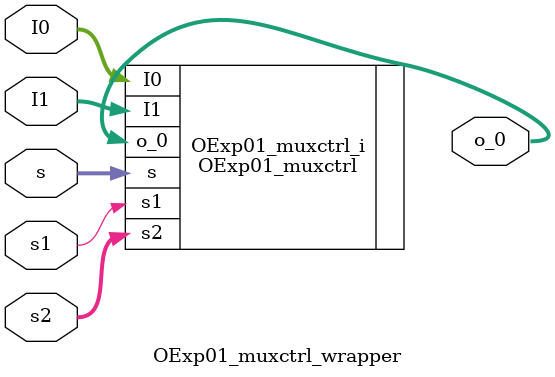
<source format=v>
`timescale 1 ps / 1 ps

module OExp01_muxctrl_wrapper
   (I0,
    I1,
    o_0,
    s,
    s1,
    s2);
  input [4:0]I0;
  input [4:0]I1;
  output [4:0]o_0;
  input [1:0]s;
  input s1;
  input [2:0]s2;

  wire [4:0]I0;
  wire [4:0]I1;
  wire [4:0]o_0;
  wire [1:0]s;
  wire s1;
  wire [2:0]s2;

  OExp01_muxctrl OExp01_muxctrl_i
       (.I0(I0),
        .I1(I1),
        .o_0(o_0),
        .s(s),
        .s1(s1),
        .s2(s2));
endmodule

</source>
